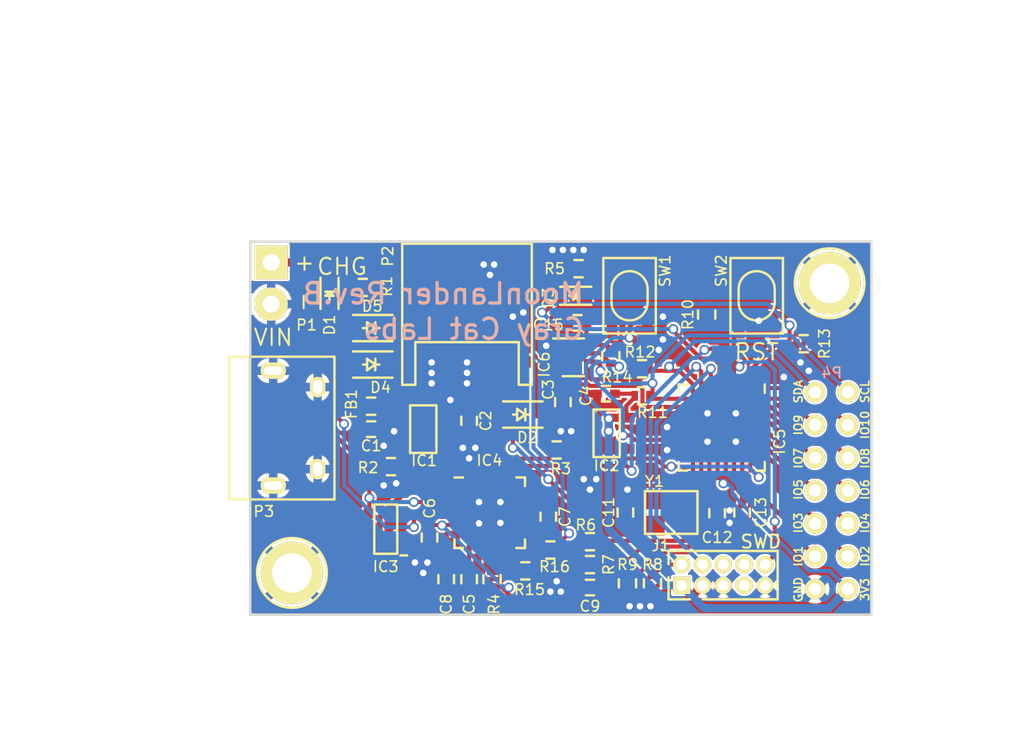
<source format=kicad_pcb>
(kicad_pcb (version 20221018) (generator pcbnew)
  (title_block (title "MoonLander") (rev "B") (company "Gray Cat Labs") (comment 1 "CC BY-SA"))
  (layers (0 "F.Cu" signal) (31 "B.Cu" signal) (35 "F.Paste" user) (36 "B.SilkS" user "B.Silkscreen") (37 "F.SilkS" user "F.Silkscreen") (38 "B.Mask" user) (39 "F.Mask" user) (44 "Edge.Cuts" user))
  (net 0 "")
  (net 1 "5V_USB")
  (net 2 "GND")
  (net 3 "/CPU/V_BAT")
  (net 4 "VCC")
  (net 5 "/CPU/ISP_ENTRY")
  (net 6 "/PowerSupply/V_EXT")
  (net 7 "/CPU/I2C0_SDA")
  (net 8 "/CPU/SWDIO")
  (net 9 "/CPU/SWCLK")
  (net 10 "/CPU/RESET")
  (net 11 "/CPU/I2C0_SCL")
  (net 12 "/CPU/ISP_TXD")
  (net 13 "/CPU/ISP_RXD")
  (net 14 "/CPU/PIO0_13/ADC_10")
  (net 15 "/CPU/PIO0_6/ADC_1")
  (net 16 "/CPU/PIO0_14/ADC_2")
  (net 17 "/CPU/PIO0_23/ADC_3")
  (net 18 "/CPU/PIO0_22/ADC_4")
  (net 19 "/CPU/PIO0_21/ADC_5")
  (net 20 "/CPU/PIO0_20/ADC_6")
  (net 21 "/CPU/PIO0_19/ADC_7")
  (net 22 "/CPU/PIO0_18/ADC_8")
  (net 23 "/CPU/PIO0_17/ADC_9")
  (net 24 "/USB-Serial/USB_D-")
  (net 25 "/USB-Serial/USB_D+")
  (net 26 "Net-(D3-Pad1)")
  (net 27 "Net-(IC1-Pad5)")
  (net 28 "Net-(IC2-Pad3)")
  (net 29 "Net-(IC2-Pad4)")
  (net 30 "Net-(C12-Pad2)")
  (net 31 "Net-(FB1-Pad2)")
  (net 32 "Net-(IC4-Pad1)")
  (net 33 "Net-(IC4-Pad9)")
  (net 34 "Net-(IC4-Pad10)")
  (net 35 "Net-(IC4-Pad11)")
  (net 36 "Net-(IC4-Pad14)")
  (net 37 "Net-(IC4-Pad15)")
  (net 38 "Net-(IC4-Pad17)")
  (net 39 "Net-(IC4-Pad18)")
  (net 40 "Net-(IC4-Pad19)")
  (net 41 "Net-(IC4-Pad22)")
  (net 42 "Net-(IC4-Pad23)")
  (net 43 "Net-(IC4-Pad24)")
  (net 44 "Net-(J1-Pad7)")
  (net 45 "Net-(J1-Pad6)")
  (net 46 "Net-(J1-Pad8)")
  (net 47 "Net-(P3-Pad4)")
  (net 48 "/CPU/LED")
  (net 49 "Net-(C7-Pad1)")
  (net 50 "Net-(C8-Pad2)")
  (net 51 "Net-(C9-Pad1)")
  (net 52 "Net-(C11-Pad2)")
  (net 53 "Net-(D1-Pad1)")
  (net 54 "Net-(IC1-Pad1)")
  (net 55 "Net-(IC5-Pad11)")
  (net 56 "Net-(IC5-Pad12)")
  (net 57 "Net-(IC5-Pad13)")
  (net 58 "Net-(IC5-Pad15)")
  (net 59 "Net-(IC5-Pad16)")
  (net 60 "Net-(C3-Pad1)")
  (net 61 "/CPU/EEPROM_WP")
  (net 62 "/CPU/ISP_RST")
  (net 63 "Net-(IC5-Pad2)")
  (net 64 "/CPU/SW1")
  (footprint "Capacitors_SMD:C_0402" (layer "F.Cu") (at 136.652 98.171 180)
    (fp_text reference "C1")
    (fp_text value "1uF")
  )
  (footprint "Capacitors_SMD:C_0402" (layer "F.Cu") (at 142.621 97.663 -90)
    (fp_text reference "C2")
    (fp_text value "1uF")
  )
  (footprint "Capacitors_SMD:C_0402" (layer "F.Cu") (at 148.336 96.52 90)
    (fp_text reference "C3")
    (fp_text value "1uF")
  )
  (footprint "Capacitors_SMD:C_0402" (layer "F.Cu") (at 150.961 96.012 180)
    (fp_text reference "C4")
    (fp_text value "1uF")
  )
  (footprint "Capacitors_SMD:C_0402" (layer "F.Cu") (at 142.621 107.315 -90)
    (fp_text reference "C5")
    (fp_text value "1uF")
  )
  (footprint "Capacitors_SMD:C_0402" (layer "F.Cu") (at 140.208 104.775 -90)
    (fp_text reference "C6")
    (fp_text value "0.1uF")
  )
  (footprint "Capacitors_SMD:C_0402" (layer "F.Cu") (at 147.447 103.505 -90)
    (fp_text reference "C7")
    (fp_text value "4.7uF")
  )
  (footprint "Capacitors_SMD:C_0402" (layer "F.Cu") (at 141.224 107.315 90)
    (fp_text reference "C8")
    (fp_text value "1uF")
  )
  (footprint "Capacitors_SMD:C_0402" (layer "F.Cu") (at 149.987 107.823 180)
    (fp_text reference "C9")
    (fp_text value "0.1uF")
  )
  (footprint "Capacitors_SMD:C_0402" (layer "F.Cu") (at 152.146 103.251 -90)
    (fp_text reference "C11")
    (fp_text value "18pF")
  )
  (footprint "Capacitors_SMD:C_0402" (layer "F.Cu") (at 157.734 103.293 90)
    (fp_text reference "C12")
    (fp_text value "18pF")
  )
  (footprint "Capacitors_SMD:C_0402" (layer "F.Cu") (at 159.258 103.251 -90)
    (fp_text reference "C13")
    (fp_text value "0.1uF")
  )
  (footprint "LEDs:LED-0603" (layer "F.Cu") (at 134.112 90.043 -90)
    (fp_text reference "D1")
    (fp_text value "LED")
  )
  (footprint "Diodes_SMD:SOD-323" (layer "F.Cu") (at 145.796 97.282 180)
    (fp_text reference "D2")
    (fp_text value "D_Schottky")
  )
  (footprint "LEDs:LED-0603" (layer "F.Cu") (at 148.971 90.043 180)
    (fp_text reference "D3")
    (fp_text value "LED")
  )
  (footprint "Resistors_SMD:R_0402" (layer "F.Cu") (at 136.6465 96.774 180)
    (fp_text reference "FB1")
    (fp_text value "FERRITE")
  )
  (footprint "GrayCatLabs:SSOP5" (layer "F.Cu") (at 151.003 98.425 -90)
    (fp_text reference "IC2")
    (fp_text value "BU33SD5")
  )
  (footprint "GrayCatLabs:SOT143B" (layer "F.Cu") (at 137.541 104.267 90)
    (fp_text reference "IC3")
    (fp_text value "PRTR5V0U2X")
  )
  (footprint "Housings_DFN_QFN:QFN-24-1EP_4x4mm_Pitch0.5mm" (layer "F.Cu") (at 143.876 103.266)
    (fp_text reference "IC4")
    (fp_text value "CP2110-GM")
  )
  (footprint "Housings_DFN_QFN:QFN-32-1EP_5x5mm_Pitch0.5mm" (layer "F.Cu") (at 158.0145 98.0705 -90)
    (fp_text reference "IC5")
    (fp_text value "LPC824M201JHI33")
  )
  (footprint "Pin_Headers:Pin_Header_Straight_2x05_Pitch1.27mm" (layer "F.Cu") (at 155.575 107.696 90)
    (fp_text reference "J1")
    (fp_text value "Cortex_JTAG/SWD_10")
  )
  (footprint "Socket_Strips:Socket_Strip_Straight_1x02" (layer "F.Cu") (at 130.556 88.011 -90)
    (fp_text reference "P1")
    (fp_text value "CONN_01X02")
  )
  (footprint "GrayCatLabs:JST-LIPO-SMT" (layer "F.Cu") (at 142.494 86.868 180)
    (fp_text reference "P2")
    (fp_text value "CONN_01X02")
  )
  (footprint "Resistors_SMD:R_0402" (layer "F.Cu") (at 136.1385 89.535 180)
    (fp_text reference "R1")
    (fp_text value "1k")
  )
  (footprint "Resistors_SMD:R_0402" (layer "F.Cu") (at 137.8585 100.457)
    (fp_text reference "R2")
    (fp_text value "10k")
  )
  (footprint "Resistors_SMD:R_0402" (layer "F.Cu") (at 147.955 99.441 180)
    (fp_text reference "R3")
    (fp_text value "100k")
  )
  (footprint "Resistors_SMD:R_0402" (layer "F.Cu") (at 144.018 107.315 90)
    (fp_text reference "R4")
    (fp_text value "10k")
  )
  (footprint "Resistors_SMD:R_0402" (layer "F.Cu") (at 149.294 88.392 180)
    (fp_text reference "R5")
    (fp_text value "470")
  )
  (footprint "Resistors_SMD:R_0402" (layer "F.Cu") (at 149.987 105.029)
    (fp_text reference "R6")
    (fp_text value "100k")
  )
  (footprint "Resistors_SMD:R_0402" (layer "F.Cu") (at 149.987 106.426 180)
    (fp_text reference "R7")
    (fp_text value "100k")
  )
  (footprint "Resistors_SMD:R_0402" (layer "F.Cu") (at 153.797 107.569 90)
    (fp_text reference "R8")
    (fp_text value "10k")
  )
  (footprint "Resistors_SMD:R_0402" (layer "F.Cu") (at 152.273 107.569 90)
    (fp_text reference "R9")
    (fp_text value "10k")
  )
  (footprint "Resistors_SMD:R_0402" (layer "F.Cu") (at 157.099 91.186 -90)
    (fp_text reference "R10")
    (fp_text value "10k")
  )
  (footprint "Resistors_SMD:R_0402" (layer "F.Cu") (at 153.162 96.139)
    (fp_text reference "R11")
    (fp_text value "10k")
  )
  (footprint "Resistors_SMD:R_0402" (layer "F.Cu") (at 153.162 94.488)
    (fp_text reference "R12")
    (fp_text value "10k")
  )
  (footprint "Resistors_SMD:R_0402" (layer "F.Cu") (at 163.01 92.964)
    (fp_text reference "R13")
    (fp_text value "100k")
  )
  (footprint "Crystals:crystal_FA238-TSX3225" (layer "F.Cu") (at 154.94 103.251)
    (fp_text reference "Y1")
    (fp_text value "Crystal")
  )
  (footprint "GrayCatLabs:SSOP5" (layer "F.Cu") (at 139.827 98.171 90)
    (fp_text reference "IC1")
    (fp_text value "MCP73831/2")
  )
  (footprint "GrayCatLabs:MH-M2" (layer "F.Cu") (at 131.826 106.934)
    (fp_text reference "MH1" hide)
    (fp_text value "MountingHole")
  )
  (footprint "GrayCatLabs:MH-M2" (layer "F.Cu") (at 164.592 89.281)
    (fp_text reference "MH2" hide)
    (fp_text value "MountingHole")
  )
  (footprint "GrayCatLabs:PTS810" (layer "F.Cu") (at 152.4 90.043)
    (fp_text reference "SW1")
    (fp_text value "SW_PUSH")
  )
  (footprint "GrayCatLabs:PTS810" (layer "F.Cu") (at 160.147 90.043)
    (fp_text reference "SW2")
    (fp_text value "SW_PUSH")
  )
  (footprint "Diodes_SMD:SOD-323" (layer "F.Cu") (at 136.652 94.234 180)
    (fp_text reference "D4")
    (fp_text value "D_Schottky")
  )
  (footprint "Diodes_SMD:SOD-323" (layer "F.Cu") (at 136.652 92.0115 180)
    (fp_text reference "D5")
    (fp_text value "D_Schottky")
  )
  (footprint "Connect:USB_Micro-B" (layer "F.Cu") (at 131.826 98.1075 -90)
    (fp_text reference "P3")
    (fp_text value "USB_OTG")
  )
  (footprint "Capacitors_SMD:C_0402" (layer "F.Cu") (at 149.225 91.694 180)
    (fp_text reference "C15")
    (fp_text value "0.1uF")
  )
  (footprint "Resistors_SMD:R_0402" (layer "F.Cu") (at 151.257 93.726 -90)
    (fp_text reference "R14")
    (fp_text value "10k")
  )
  (footprint "Housings_DFN_QFN:DFN-8-1EP_2x2mm_Pitch0.5mm" (layer "F.Cu") (at 148.971 93.794)
    (fp_text reference "IC6")
    (fp_text value "24LCxx")
  )
  (footprint "GrayCatLabs:STITCH_VIA" (layer "F.Cu") (at 157.152 97.208)
    (fp_text reference "REF**" hide)
    (fp_text value "STITCH_VIA" hide)
  )
  (footprint "GrayCatLabs:STITCH_VIA" (layer "F.Cu") (at 158.877 97.208)
    (fp_text reference "REF**" hide)
    (fp_text value "STITCH_VIA" hide)
  )
  (footprint "GrayCatLabs:STITCH_VIA" (layer "F.Cu") (at 158.877 98.933)
    (fp_text reference "REF**" hide)
    (fp_text value "STITCH_VIA" hide)
  )
  (footprint "GrayCatLabs:STITCH_VIA" (layer "F.Cu") (at 157.152 98.933)
    (fp_text reference "REF**" hide)
    (fp_text value "STITCH_VIA" hide)
  )
  (footprint "GrayCatLabs:STITCH_VIA" (layer "F.Cu") (at 154.686 99.441)
    (fp_text reference "REF**" hide)
    (fp_text value "STITCH_VIA" hide)
  )
  (footprint "GrayCatLabs:STITCH_VIA" (layer "F.Cu") (at 154.686 98.044)
    (fp_text reference "REF**" hide)
    (fp_text value "STITCH_VIA" hide)
  )
  (footprint "GrayCatLabs:STITCH_VIA" (layer "F.Cu") (at 149.987 101.854)
    (fp_text reference "REF**" hide)
    (fp_text value "STITCH_VIA" hide)
  )
  (footprint "GrayCatLabs:STITCH_VIA" (layer "F.Cu") (at 150.368 101.219)
    (fp_text reference "REF**" hide)
    (fp_text value "STITCH_VIA" hide)
  )
  (footprint "GrayCatLabs:STITCH_VIA" (layer "F.Cu") (at 149.606 101.219)
    (fp_text reference "REF**" hide)
    (fp_text value "STITCH_VIA" hide)
  )
  (footprint "GrayCatLabs:STITCH_VIA" (layer "F.Cu") (at 143.226 102.616)
    (fp_text reference "REF**" hide)
    (fp_text value "STITCH_VIA" hide)
  )
  (footprint "GrayCatLabs:STITCH_VIA" (layer "F.Cu") (at 144.526 102.616)
    (fp_text reference "REF**" hide)
    (fp_text value "STITCH_VIA" hide)
  )
  (footprint "GrayCatLabs:STITCH_VIA" (layer "F.Cu") (at 144.526 103.886)
    (fp_text reference "REF**" hide)
    (fp_text value "STITCH_VIA" hide)
  )
  (footprint "GrayCatLabs:STITCH_VIA" (layer "F.Cu") (at 143.226 103.916)
    (fp_text reference "REF**" hide)
    (fp_text value "STITCH_VIA" hide)
  )
  (footprint "GrayCatLabs:STITCH_VIA" (layer "F.Cu") (at 139.319 106.299)
    (fp_text reference "REF**" hide)
    (fp_text value "STITCH_VIA" hide)
  )
  (footprint "GrayCatLabs:STITCH_VIA" (layer "F.Cu") (at 140.081 106.299)
    (fp_text reference "REF**" hide)
    (fp_text value "STITCH_VIA" hide)
  )
  (footprint "GrayCatLabs:STITCH_VIA" (layer "F.Cu") (at 139.827 106.934)
    (fp_text reference "REF**" hide)
    (fp_text value "STITCH_VIA" hide)
  )
  (footprint "GrayCatLabs:STITCH_VIA" (layer "F.Cu") (at 147.701 87.249)
    (fp_text reference "REF**" hide)
    (fp_text value "STITCH_VIA" hide)
  )
  (footprint "GrayCatLabs:STITCH_VIA" (layer "F.Cu") (at 148.336 87.249)
    (fp_text reference "REF**" hide)
    (fp_text value "STITCH_VIA" hide)
  )
  (footprint "GrayCatLabs:STITCH_VIA" (layer "F.Cu") (at 148.971 87.249)
    (fp_text reference "REF**" hide)
    (fp_text value "STITCH_VIA" hide)
  )
  (footprint "GrayCatLabs:STITCH_VIA" (layer "F.Cu") (at 149.606 87.249)
    (fp_text reference "REF**" hide)
    (fp_text value "STITCH_VIA" hide)
  )
  (footprint "GrayCatLabs:STITCH_VIA" (layer "F.Cu") (at 152.4 108.966)
    (fp_text reference "REF**" hide)
    (fp_text value "STITCH_VIA" hide)
  )
  (footprint "GrayCatLabs:STITCH_VIA" (layer "F.Cu") (at 153.035 108.966)
    (fp_text reference "REF**" hide)
    (fp_text value "STITCH_VIA" hide)
  )
  (footprint "GrayCatLabs:STITCH_VIA" (layer "F.Cu") (at 153.67 108.966)
    (fp_text reference "REF**" hide)
    (fp_text value "STITCH_VIA" hide)
  )
  (footprint "GrayCatLabs:STITCH_VIA" (layer "F.Cu") (at 147.955 107.442)
    (fp_text reference "REF**" hide)
    (fp_text value "STITCH_VIA" hide)
  )
  (footprint "GrayCatLabs:STITCH_VIA" (layer "F.Cu") (at 147.574 108.077)
    (fp_text reference "REF**" hide)
    (fp_text value "STITCH_VIA" hide)
  )
  (footprint "GrayCatLabs:STITCH_VIA" (layer "F.Cu") (at 148.209 108.077)
    (fp_text reference "REF**" hide)
    (fp_text value "STITCH_VIA" hide)
  )
  (footprint "GrayCatLabs:STITCH_VIA" (layer "F.Cu") (at 140.335 94.107)
    (fp_text reference "REF**" hide)
    (fp_text value "STITCH_VIA" hide)
  )
  (footprint "GrayCatLabs:STITCH_VIA" (layer "F.Cu") (at 140.335 94.742)
    (fp_text reference "REF**" hide)
    (fp_text value "STITCH_VIA" hide)
  )
  (footprint "GrayCatLabs:STITCH_VIA" (layer "F.Cu") (at 140.335 95.377)
    (fp_text reference "REF**" hide)
    (fp_text value "STITCH_VIA" hide)
  )
  (footprint "GrayCatLabs:STITCH_VIA" (layer "F.Cu") (at 141.478 96.393)
    (fp_text reference "REF**" hide)
    (fp_text value "STITCH_VIA" hide)
  )
  (footprint "GrayCatLabs:STITCH_VIA" (layer "F.Cu") (at 142.494 94.107)
    (fp_text reference "REF**" hide)
    (fp_text value "STITCH_VIA" hide)
  )
  (footprint "GrayCatLabs:STITCH_VIA" (layer "F.Cu") (at 142.494 94.742)
    (fp_text reference "REF**" hide)
    (fp_text value "STITCH_VIA" hide)
  )
  (footprint "GrayCatLabs:STITCH_VIA" (layer "F.Cu") (at 142.494 95.377)
    (fp_text reference "REF**" hide)
    (fp_text value "STITCH_VIA" hide)
  )
  (footprint "GrayCatLabs:STITCH_VIA" (layer "F.Cu") (at 154.432 92.71)
    (fp_text reference "REF**" hide)
    (fp_text value "STITCH_VIA" hide)
  )
  (footprint "GrayCatLabs:STITCH_VIA" (layer "F.Cu") (at 154.178 93.345)
    (fp_text reference "REF**" hide)
    (fp_text value "STITCH_VIA" hide)
  )
  (footprint "GrayCatLabs:STITCH_VIA" (layer "F.Cu") (at 161.798 94.996)
    (fp_text reference "REF**" hide)
    (fp_text value "STITCH_VIA" hide)
  )
  (footprint "GrayCatLabs:STITCH_VIA" (layer "F.Cu") (at 163.322 94.615)
    (fp_text reference "REF**" hide)
    (fp_text value "STITCH_VIA" hide)
  )
  (footprint "GrayCatLabs:STITCH_VIA" (layer "F.Cu") (at 162.814 94.107)
    (fp_text reference "REF**" hide)
    (fp_text value "STITCH_VIA" hide)
  )
  (footprint "GrayCatLabs:STITCH_VIA" (layer "F.Cu") (at 144.145 88.138)
    (fp_text reference "REF**" hide)
    (fp_text value "STITCH_VIA" hide)
  )
  (footprint "GrayCatLabs:STITCH_VIA" (layer "F.Cu") (at 143.51 88.138)
    (fp_text reference "REF**" hide)
    (fp_text value "STITCH_VIA" hide)
  )
  (footprint "GrayCatLabs:STITCH_VIA" (layer "F.Cu") (at 143.891 88.773)
    (fp_text reference "REF**" hide)
    (fp_text value "STITCH_VIA" hide)
  )
  (footprint "GrayCatLabs:STITCH_VIA" (layer "F.Cu") (at 142.24 99.314)
    (fp_text reference "REF**" hide)
    (fp_text value "STITCH_VIA" hide)
  )
  (footprint "GrayCatLabs:STITCH_VIA" (layer "F.Cu") (at 143.002 99.314)
    (fp_text reference "REF**" hide)
    (fp_text value "STITCH_VIA" hide)
  )
  (footprint "GrayCatLabs:STITCH_VIA" (layer "F.Cu") (at 142.621 99.949)
    (fp_text reference "REF**" hide)
    (fp_text value "STITCH_VIA" hide)
  )
  (footprint "GrayCatLabs:STITCH_VIA" (layer "F.Cu") (at 137.414 99.187)
    (fp_text reference "REF**" hide)
    (fp_text value "STITCH_VIA" hide)
  )
  (footprint "GrayCatLabs:STITCH_VIA" (layer "F.Cu") (at 138.049 98.298)
    (fp_text reference "REF**" hide)
    (fp_text value "STITCH_VIA" hide)
  )
  (footprint "GrayCatLabs:STITCH_VIA" (layer "F.Cu") (at 137.414 101.6)
    (fp_text reference "REF**" hide)
    (fp_text value "STITCH_VIA" hide)
  )
  (footprint "GrayCatLabs:STITCH_VIA" (layer "F.Cu") (at 138.176 101.473)
    (fp_text reference "REF**" hide)
    (fp_text value "STITCH_VIA" hide)
  )
  (footprint "GrayCatLabs:STITCH_VIA" (layer "F.Cu") (at 152.273 101.854)
    (fp_text reference "REF**" hide)
    (fp_text value "STITCH_VIA" hide)
  )
  (footprint "GrayCatLabs:STITCH_VIA" (layer "F.Cu") (at 158.496 103.124)
    (fp_text reference "REF**" hide)
    (fp_text value "STITCH_VIA" hide)
  )
  (footprint "GrayCatLabs:STITCH_VIA" (layer "F.Cu") (at 158.496 103.886)
    (fp_text reference "REF**" hide)
    (fp_text value "STITCH_VIA" hide)
  )
  (footprint "GrayCatLabs:STITCH_VIA" (layer "F.Cu") (at 145.923 91.059)
    (fp_text reference "REF**" hide)
    (fp_text value "STITCH_VIA" hide)
  )
  (footprint "GrayCatLabs:STITCH_VIA" (layer "F.Cu") (at 147.32 93.091)
    (fp_text reference "REF**" hide)
    (fp_text value "STITCH_VIA" hide)
  )
  (footprint "GrayCatLabs:STITCH_VIA" (layer "F.Cu") (at 145.288 91.313)
    (fp_text reference "REF**" hide)
    (fp_text value "STITCH_VIA" hide)
  )
  (footprint "GrayCatLabs:Header_2mm_2x7" (layer "F.Cu") (at 165.703 107.918 90)
    (fp_text reference "P4")
    (fp_text value "CONN_02X07")
  )
  (footprint "Resistors_SMD:R_0402" (layer "F.Cu") (at 146.05 106.807 180)
    (fp_text reference "R15")
    (fp_text value "100")
  )
  (footprint "Resistors_SMD:R_0402" (layer "F.Cu") (at 147.574 105.537)
    (fp_text reference "R16")
    (fp_text value "100")
  )
  (footprint "GrayCatLabs:STITCH_VIA" (layer "F.Cu") (at 160.274 91.567)
    (fp_text reference "REF**" hide)
    (fp_text value "STITCH_VIA" hide)
  )
  (footprint "GrayCatLabs:STITCH_VIA" (layer "F.Cu") (at 154.432 91.313)
    (fp_text reference "REF**" hide)
    (fp_text value "STITCH_VIA" hide)
  )
  (gr_line (start 129.286 109.474) (end 129.286 86.741) (stroke (width 0.15)) (layer "Edge.Cuts"))
  (gr_line (start 167.132 109.474) (end 129.286 109.474) (stroke (width 0.15)) (layer "Edge.Cuts"))
  (gr_line (start 167.132 86.741) (end 167.132 109.474) (stroke (width 0.15)) (layer "Edge.Cuts"))
  (gr_line (start 129.286 86.741) (end 167.132 86.741) (stroke (width 0.15)) (layer "Edge.Cuts"))
  (gr_text "Gray Cat Labs" (at 149.733 92.075) (layer "B.SilkS") (effects (font (size 1.25 1.25) (thickness 0.2)) (justify left mirror)))
  (gr_text "MoonLander Rev.B" (at 149.733 89.916) (layer "B.SilkS") (effects (font (size 1.25 1.25) (thickness 0.2)) (justify left mirror)))
  (gr_text "+" (at 132.588 88.011) (layer "F.SilkS") (effects (font (size 1 1) (thickness 0.125))))
  (gr_text "-" (at 132.461 90.424 90) (layer "F.SilkS") (effects (font (size 1 1) (thickness 0.125))))
  (gr_text "VIN" (at 130.683 92.583) (layer "F.SilkS") (effects (font (size 1 1) (thickness 0.125))))
  (gr_text "RST" (at 160.147 93.472) (layer "F.SilkS") (effects (font (size 1 1) (thickness 0.125))))
  (gr_text "SWD" (at 160.401 105.029) (layer "F.SilkS") (effects (font (size 0.8 0.8) (thickness 0.125))))
  (gr_text "IO2" (at 166.751 105.918 90) (layer "F.SilkS") (effects (font (size 0.5 0.5) (thickness 0.1))))
  (gr_text "3V3" (at 166.751 107.95 90) (layer "F.SilkS") (effects (font (size 0.5 0.5) (thickness 0.1))))
  (gr_text "GND" (at 162.687 107.95 90) (layer "F.SilkS") (effects (font (size 0.5 0.5) (thickness 0.1))))
  (gr_text "IO1" (at 162.687 105.918 90) (layer "F.SilkS") (effects (font (size 0.5 0.5) (thickness 0.1))))
  (gr_text "IO3" (at 162.687 103.886 90) (layer "F.SilkS") (effects (font (size 0.5 0.5) (thickness 0.1))))
  (gr_text "IO4" (at 166.751 103.886 90) (layer "F.SilkS") (effects (font (size 0.5 0.5) (thickness 0.1))))
  (gr_text "IO5" (at 162.687 101.854 90) (layer "F.SilkS") (effects (font (size 0.5 0.5) (thickness 0.1))))
  (gr_text "IO6" (at 166.751 101.854 90) (layer "F.SilkS") (effects (font (size 0.5 0.5) (thickness 0.1))))
  (gr_text "IO8" (at 166.751 99.949 90) (layer "F.SilkS") (effects (font (size 0.5 0.5) (thickness 0.1))))
  (gr_text "IO7" (at 162.687 99.949 90) (layer "F.SilkS") (effects (font (size 0.5 0.5) (thickness 0.1))))
  (gr_text "IO9" (at 162.687 97.917 90) (layer "F.SilkS") (effects (font (size 0.5 0.5) (thickness 0.1))))
  (gr_text "IO10" (at 166.751 97.917 90) (layer "F.SilkS") (effects (font (size 0.5 0.5) (thickness 0.1))))
  (gr_text "SDA" (at 162.687 95.885 90) (layer "F.SilkS") (effects (font (size 0.5 0.5) (thickness 0.1))))
  (gr_text "SCL" (at 166.751 95.885 90) (layer "F.SilkS") (effects (font (size 0.5 0.5) (thickness 0.1))))
  (gr_text "CHG" (at 134.874 88.265) (layer "F.SilkS") (effects (font (size 1 1) (thickness 0.125))))
  (segment (start 137.166001 105.083999) (end 137.033 105.217) (width 0.35) (layer "F.Cu") (net 1))
  (segment (start 137.0965 95.7335) (end 135.597 94.234) (width 0.5) (layer "F.Cu") (net 1))
  (segment (start 137.202 98.171) (end 137.202 96.8795) (width 0.35) (layer "F.Cu") (net 1))
  (segment (start 136.117001 93.238999) (end 135.597 93.759) (width 0.25) (layer "F.Cu") (net 1))
  (segment (start 143.096001 108.345001) (end 143.051001 108.390001) (width 0.25) (layer "F.Cu") (net 1))
  (segment (start 142.621 105.221) (end 142.626 105.216) (width 0.25) (layer "F.Cu") (net 1))
  (segment (start 135.302802 90.7923) (end 136.117001 91.606499) (width 0.25) (layer "F.Cu") (net 1))
  (segment (start 139.402001 98.646001) (end 139.402001 101.310997) (width 0.35) (layer "F.Cu") (net 1))
  (segment (start 138.627 97.871) (end 139.402001 98.646001) (width 0.35) (layer "F.Cu") (net 1))
  (segment (start 138.627 97.221) (end 138.627 97.871) (width 0.35) (layer "F.Cu") (net 1))
  (segment (start 137.166001 103.546997) (end 137.166001 105.083999) (width 0.35) (layer "F.Cu") (net 1))
  (segment (start 136.541 105.217) (end 136.491 105.217) (width 0.25) (layer "F.Cu") (net 1))
  (segment (start 137.141 105.217) (end 137.033 105.217) (width 0.25) (layer "F.Cu") (net 1))
  (segment (start 143.051001 108.390001) (end 140.314001 108.390001) (width 0.25) (layer "F.Cu") (net 1))
  (segment (start 142.621 106.815) (end 143.096001 107.290001) (width 0.25) (layer "F.Cu") (net 1))
  (segment (start 135.597 93.759) (end 135.597 94.234) (width 0.25) (layer "F.Cu") (net 1))
  (segment (start 139.402001 101.310997) (end 137.166001 103.546997) (width 0.35) (layer "F.Cu") (net 1))
  (segment (start 138.18 96.774) (end 138.627 97.221) (width 0.5) (layer "F.Cu") (net 1))
  (segment (start 142.621 106.765) (end 142.621 106.815) (width 0.25) (layer "F.Cu") (net 1))
  (segment (start 137.033 105.217) (end 136.541 105.217) (width 0.35) (layer "F.Cu") (net 1))
  (segment (start 137.0965 96.774) (end 138.18 96.774) (width 0.5) (layer "F.Cu") (net 1))
  (segment (start 140.314001 108.390001) (end 137.141 105.217) (width 0.25) (layer "F.Cu") (net 1))
  (segment (start 137.0965 96.774) (end 137.0965 95.7335) (width 0.5) (layer "F.Cu") (net 1))
  (segment (start 143.096001 107.290001) (end 143.096001 108.345001) (width 0.25) (layer "F.Cu") (net 1))
  (segment (start 138.827 97.221) (end 138.627 97.221) (width 0.5) (layer "F.Cu") (net 1))
  (segment (start 134.112 90.7923) (end 135.302802 90.7923) (width 0.25) (layer "F.Cu") (net 1))
  (segment (start 143.126 105.216) (end 142.626 105.216) (width 0.25) (layer "F.Cu") (net 1))
  (segment (start 137.202 96.8795) (end 137.0965 96.774) (width 0.35) (layer "F.Cu") (net 1))
  (segment (start 142.621 106.765) (end 142.621 105.221) (width 0.25) (layer "F.Cu") (net 1))
  (segment (start 136.117001 91.606499) (end 136.117001 93.238999) (width 0.25) (layer "F.Cu") (net 1))
  (segment (start 141.926 102.516) (end 143.126 102.516) (width 0.25) (layer "F.Cu") (net 2))
  (segment (start 143.126 102.516) (end 143.226 102.616) (width 0.25) (layer "F.Cu") (net 2))
  (segment (start 149.803 98.425) (end 148.971 98.425) (width 0.5) (layer "F.Cu") (net 2))
  (segment (start 148.971 98.425) (end 148.844 98.298) (width 0.5) (layer "F.Cu") (net 2))
  (segment (start 148.209 98.298) (end 148.844 98.298) (width 0.5) (layer "F.Cu") (net 2))
  (segment (start 148.336 95.97) (end 148.336 95.885) (width 0.25) (layer "F.Cu") (net 2))
  (segment (start 157.7645 100.4705) (end 157.7645 99.5455) (width 0.25) (layer "F.Cu") (net 2))
  (via (at 148.844 98.298) (size 0.6) (drill 0.4) (layers "F.Cu" "B.Cu") (net 2))
  (via (at 148.209 98.298) (size 0.6) (drill 0.4) (layers "F.Cu" "B.Cu") (net 2))
  (segment (start 143.494 96.97) (end 143.637 97.113) (width 0.5) (layer "F.Cu") (net 3))
  (segment (start 142.621 97.113) (end 141.135 97.113) (width 0.5) (layer "F.Cu") (net 3))
  (segment (start 141.135 97.113) (end 141.027 97.221) (width 0.5) (layer "F.Cu") (net 3))
  (segment (start 144.572 97.113) (end 144.741 97.282) (width 0.5) (layer "F.Cu") (net 3))
  (segment (start 149.537 103.309) (end 149.537 105.029) (width 0.25) (layer "F.Cu") (net 3))
  (segment (start 145.288 99.314) (end 145.288 97.829) (width 0.25) (layer "F.Cu") (net 3))
  (segment (start 143.494 94.118) (end 143.494 96.97) (width 0.5) (layer "F.Cu") (net 3))
  (segment (start 145.288 97.829) (end 144.741 97.282) (width 0.25) (layer "F.Cu") (net 3))
  (segment (start 142.621 97.113) (end 143.637 97.113) (width 0.5) (layer "F.Cu") (net 3))
  (segment (start 143.637 97.113) (end 144.572 97.113) (width 0.5) (layer "F.Cu") (net 3))
  (segment (start 147.447 101.219) (end 149.537 103.309) (width 0.25) (layer "F.Cu") (net 3))
  (via (at 147.447 101.219) (size 0.6) (drill 0.4) (layers "F.Cu" "B.Cu") (net 3))
  (via (at 145.288 99.314) (size 0.6) (drill 0.4) (layers "F.Cu" "B.Cu") (net 3))
  (segment (start 147.447 101.219) (end 145.542 99.314) (width 0.25) (layer "B.Cu") (net 3))
  (segment (start 145.542 99.314) (end 145.288 99.314) (width 0.25) (layer "B.Cu") (net 3))
  (segment (start 144.78 107.977) (end 145.736001 108.933001) (width 0.25) (layer "F.Cu") (net 4))
  (segment (start 157.2645 100.4705) (end 157.2645 101.0705) (width 0.25) (layer "F.Cu") (net 4))
  (segment (start 157.099 90.736) (end 153.601998 90.736) (width 0.25) (layer "F.Cu") (net 4))
  (segment (start 163.449 92.403) (end 163.46 92.414) (width 0.25) (layer "F.Cu") (net 4))
  (segment (start 157.099 90.736) (end 162.364 90.736) (width 0.25) (layer "F.Cu") (net 4))
  (segment (start 151.13 98.298) (end 151.13 97.536) (width 0.5) (layer "F.Cu") (net 4))
  (segment (start 159.258 102.151) (end 158.58 101.473) (width 0.25) (layer "F.Cu") (net 4))
  (segment (start 151.258999 108.933001) (end 152.173 108.019) (width 0.25) (layer "F.Cu") (net 4))
  (segment (start 158.2645 101.1575) (end 158.2645 101.0705) (width 0.25) (layer "F.Cu") (net 4))
  (segment (start 157.3515 101.1575) (end 158.115 101.1575) (width 0.25) (layer "F.Cu") (net 4))
  (segment (start 154.12 107.696) (end 153.797 108.019) (width 0.25) (layer "F.Cu") (net 4))
  (segment (start 152.712 93.218) (end 152.712 94.488) (width 0.25) (layer "F.Cu") (net 4))
  (segment (start 158.2645 101.0705) (end 158.2645 100.4705) (width 0.25) (layer "F.Cu") (net 4))
  (segment (start 152.4 92.60001) (end 152.69499 92.60001) (width 0.25) (layer "F.Cu") (net 4))
  (segment (start 152.203 96.748) (end 152.203 97.043) (width 0.25) (layer "F.Cu") (net 4))
  (segment (start 158.58 101.473) (end 158.2645 101.1575) (width 0.25) (layer "F.Cu") (net 4))
  (segment (start 162.364 90.736) (end 163.449 91.821) (width 0.25) (layer "F.Cu") (net 4))
  (segment (start 144.934 107.823) (end 144.78 107.977) (width 0.25) (layer "F.Cu") (net 4))
  (segment (start 152.712 92.583) (end 152.712 93.218) (width 0.25) (layer "F.Cu") (net 4))
  (segment (start 144.568 107.765) (end 144.78 107.977) (width 0.25) (layer "F.Cu") (net 4))
  (segment (start 140.843 104.016) (end 140.94499 104.016) (width 0.25) (layer "F.Cu") (net 4))
  (segment (start 152.4 92.175746) (end 152.4 92.60001) (width 0.25) (layer "F.Cu") (net 4))
  (segment (start 152.203 97.475) (end 151.191 97.475) (width 0.5) (layer "F.Cu") (net 4))
  (segment (start 163.46 92.414) (end 163.46 92.964) (width 0.25) (layer "F.Cu") (net 4))
  (segment (start 158.115 101.1575) (end 158.2645 101.1575) (width 0.25) (layer "F.Cu") (net 4))
  (segment (start 152.712 96.239) (end 152.203 96.748) (width 0.25) (layer "F.Cu") (net 4))
  (segment (start 151.191 97.475) (end 151.13 97.536) (width 0.5) (layer "F.Cu") (net 4))
  (segment (start 149.775 91.694) (end 149.775 92.948) (width 0.25) (layer "F.Cu") (net 4))
  (segment (start 157.2645 101.0705) (end 157.3515 101.1575) (width 0.25) (layer "F.Cu") (net 4))
  (segment (start 140.417 104.016) (end 140.208 104.225) (width 0.25) (layer "F.Cu") (net 4))
  (segment (start 141.926 104.016) (end 140.843 104.016) (width 0.25) (layer "F.Cu") (net 4))
  (segment (start 163.449 91.821) (end 163.449 92.403) (width 0.25) (layer "F.Cu") (net 4))
  (segment (start 149.871 93.044) (end 151.025 93.044) (width 0.25) (layer "F.Cu") (net 4))
  (segment (start 152.273 108.019) (end 153.797 108.019) (width 0.25) (layer "F.Cu") (net 4))
  (segment (start 145.736001 108.933001) (end 151.258999 108.933001) (width 0.25) (layer "F.Cu") (net 4))
  (segment (start 145.034 107.823) (end 144.934 107.823) (width 0.25) (layer "F.Cu") (net 4))
  (segment (start 152.585 96.012) (end 152.712 96.139) (width 0.25) (layer "F.Cu") (net 4))
  (segment (start 152.203 97.475) (end 152.203 97.043) (width 0.25) (layer "F.Cu") (net 4))
  (segment (start 149.775 92.948) (end 149.871 93.044) (width 0.25) (layer "F.Cu") (net 4))
  (segment (start 152.712 96.139) (end 152.712 96.239) (width 0.25) (layer "F.Cu") (net 4))
  (segment (start 151.025 93.044) (end 151.257 93.276) (width 0.25) (layer "F.Cu") (net 4))
  (segment (start 152.173 108.019) (end 152.273 108.019) (width 0.25) (layer "F.Cu") (net 4))
  (segment (start 152.4 91.937998) (end 152.4 92.175746) (width 0.25) (layer "F.Cu") (net 4))
  (segment (start 140.94499 104.016) (end 140.97 104.04101) (width 0.25) (layer "F.Cu") (net 4))
  (segment (start 151.511 96.012) (end 152.585 96.012) (width 0.25) (layer "F.Cu") (net 4))
  (segment (start 155.575 107.696) (end 154.12 107.696) (width 0.25) (layer "F.Cu") (net 4))
  (segment (start 152.654 93.276) (end 152.712 93.218) (width 0.25) (layer "F.Cu") (net 4))
  (segment (start 144.018 107.765) (end 144.568 107.765) (width 0.25) (layer "F.Cu") (net 4))
  (segment (start 152.69499 92.60001) (end 152.712 92.583) (width 0.25) (layer "F.Cu") (net 4))
  (segment (start 153.601998 90.736) (end 152.4 91.937998) (width 0.25) (layer "F.Cu") (net 4))
  (segment (start 159.258 102.701) (end 159.258 102.151) (width 0.25) (layer "F.Cu") (net 4))
  (segment (start 140.843 104.016) (end 140.417 104.016) (width 0.25) (layer "F.Cu") (net 4))
  (segment (start 158.115 101.473) (end 158.115 101.1575) (width 0.25) (layer "F.Cu") (net 4))
  (segment (start 151.257 93.276) (end 152.654 93.276) (width 0.25) (layer "F.Cu") (net 4))
  (via (at 145.034 107.823) (size 0.6) (drill 0.4) (layers "F.Cu" "B.Cu") (net 4))
  (via (at 151.13 98.298) (size 0.6) (drill 0.4) (layers "F.Cu" "B.Cu") (net 4))
  (via (at 140.97 104.04101) (size 0.6) (drill 0.4) (layers "F.Cu" "B.Cu") (net 4))
  (via (at 152.4 92.60001) (size 0.6) (drill 0.4) (layers "F.Cu" "B.Cu") (net 4))
  (via (at 158.115 101.473) (size 0.6) (drill 0.4) (layers "F.Cu" "B.Cu") (net 4))
  (via (at 151.13 97.536) (size 0.6) (drill 0.4) (layers "F.Cu" "B.Cu") (net 4))
  (segment (start 165.078001 108.542999) (end 165.703 107.918) (width 0.5) (layer "B.Cu") (net 4))
  (segment (start 155.575 107.721002) (end 156.932999 109.079001) (width 0.5) (layer "B.Cu") (net 4))
  (segment (start 158.668999 102.142001) (end 163.333998 106.807) (width 0.25) (layer "B.Cu") (net 4))
  (segment (start 164.592 106.807) (end 165.078001 107.293001) (width 0.25) (layer "B.Cu") (net 4))
  (segment (start 144.75199 107.823) (end 145.034 107.823) (width 0.25) (layer "B.Cu") (net 4))
  (segment (start 165.078001 107.293001) (end 165.703 107.918) (width 0.25) (layer "B.Cu") (net 4))
  (segment (start 158.369 101.473) (end 158.668999 101.772999) (width 0.25) (layer "B.Cu") (net 4))
  (segment (start 149.746989 96.152989) (end 149.746989 94.218021) (width 0.25) (layer "B.Cu") (net 4))
  (segment (start 151.13 104.276) (end 151.13 104.149) (width 0.5) (layer "B.Cu") (net 4))
  (segment (start 151.13 97.536) (end 151.13 98.298) (width 0.5) (layer "B.Cu") (net 4))
  (segment (start 140.97 104.04101) (end 144.75199 107.823) (width 0.25) (layer "B.Cu") (net 4))
  (segment (start 154.55 107.696) (end 151.13 104.276) (width 0.5) (layer "B.Cu") (net 4))
  (segment (start 149.746989 94.218021) (end 151.365 92.60001) (width 0.25) (layer "B.Cu") (net 4))
  (segment (start 155.575 107.696) (end 155.575 107.721002) (width 0.5) (layer "B.Cu") (net 4))
  (segment (start 158.115 101.473) (end 158.369 101.473) (width 0.25) (layer "B.Cu") (net 4))
  (segment (start 151.365 92.60001) (end 152.4 92.60001) (width 0.25) (layer "B.Cu") (net 4))
  (segment (start 158.668999 101.772999) (end 158.668999 102.142001) (width 0.25) (layer "B.Cu") (net 4))
  (segment (start 151.13 97.536) (end 149.746989 96.152989) (width 0.25) (layer "B.Cu") (net 4))
  (segment (start 164.541999 109.079001) (end 165.078001 108.542999) (width 0.5) (layer "B.Cu") (net 4))
  (segment (start 163.333998 106.807) (end 164.592 106.807) (width 0.25) (layer "B.Cu") (net 4))
  (segment (start 155.575 107.696) (end 154.55 107.696) (width 0.5) (layer "B.Cu") (net 4))
  (segment (start 156.932999 109.079001) (end 164.541999 109.079001) (width 0.5) (layer "B.Cu") (net 4))
  (segment (start 151.13 98.298) (end 151.13 104.149) (width 0.5) (layer "B.Cu") (net 4))
  (segment (start 145.826 104.516) (end 146.103 104.516) (width 0.25) (layer "F.Cu") (net 5))
  (segment (start 146.103 104.516) (end 147.124 105.537) (width 0.25) (layer "F.Cu") (net 5))
  (segment (start 132.842 88.781) (end 132.842 91.295) (width 0.5) (layer "F.Cu") (net 6))
  (segment (start 133.5585 92.0115) (end 135.597 92.0115) (width 0.5) (layer "F.Cu") (net 6))
  (segment (start 130.556 88.011) (end 132.072 88.011) (width 0.5) (layer "F.Cu") (net 6))
  (segment (start 132.072 88.011) (end 132.842 88.781) (width 0.5) (layer "F.Cu") (net 6))
  (segment (start 132.842 91.295) (end 133.5585 92.0115) (width 0.5) (layer "F.Cu") (net 6))
  (segment (start 154.686 94.615) (end 155.434 94.615) (width 0.25) (layer "F.Cu") (net 7))
  (segment (start 154.813 94.361) (end 154.686 94.488) (width 0.25) (layer "F.Cu") (net 7))
  (segment (start 156.2645 95.4455) (end 156.2645 95.6705) (width 0.25) (layer "F.Cu") (net 7))
  (segment (start 149.971 94.544) (end 149.871 94.544) (width 0.25) (layer "F.Cu") (net 7))
  (segment (start 153.059999 95.140001) (end 150.067001 95.140001) (width 0.25) (layer "F.Cu") (net 7))
  (segment (start 149.871 94.944) (end 149.871 94.544) (width 0.25) (layer "F.Cu") (net 7))
  (segment (start 153.612 94.615) (end 154.686 94.615) (width 0.25) (layer "F.Cu") (net 7))
  (segment (start 153.612 94.588) (end 153.059999 95.140001) (width 0.25) (layer "F.Cu") (net 7))
  (segment (start 155.434 94.615) (end 156.2645 95.4455) (width 0.25) (layer "F.Cu") (net 7))
  (segment (start 154.686 94.488) (end 154.686 94.615) (width 0.25) (layer "F.Cu") (net 7))
  (segment (start 150.067001 95.140001) (end 149.871 94.944) (width 0.25) (layer "F.Cu") (net 7))
  (segment (start 153.612 94.488) (end 153.612 94.588) (width 0.25) (layer "F.Cu") (net 7))
  (via (at 154.813 94.361) (size 0.6) (drill 0.4) (layers "F.Cu" "B.Cu") (net 7))
  (segment (start 160.598862 92.813862) (end 163.703 95.918) (width 0.25) (layer "B.Cu") (net 7))
  (segment (start 154.813 94.361) (end 156.360138 92.813862) (width 0.25) (layer "B.Cu") (net 7))
  (segment (start 156.360138 92.813862) (end 160.598862 92.813862) (width 0.25) (layer "B.Cu") (net 7))
  (segment (start 154.49 106.426) (end 155.575 106.426) (width 0.25) (layer "F.Cu") (net 8))
  (segment (start 156.464 94.361) (end 156.7645 94.6615) (width 0.25) (layer "F.Cu") (net 8))
  (segment (start 156.7645 94.6615) (end 156.7645 95.6705) (width 0.25) (layer "F.Cu") (net 8))
  (segment (start 153.797 107.119) (end 154.49 106.426) (width 0.25) (layer "F.Cu") (net 8))
  (via (at 156.464 94.361) (size 0.6) (drill 0.4) (layers "F.Cu" "B.Cu") (net 8))
  (segment (start 156.464 94.361) (end 153.683989 97.141011) (width 0.25) (layer "B.Cu") (net 8))
  (segment (start 153.683989 104.534989) (end 155.575 106.426) (width 0.25) (layer "B.Cu") (net 8))
  (segment (start 153.683989 97.141011) (end 153.683989 104.534989) (width 0.25) (layer "B.Cu") (net 8))
  (segment (start 156.094999 105.675999) (end 156.320001 105.901001) (width 0.25) (layer "F.Cu") (net 9))
  (segment (start 157.353 95.582) (end 157.2645 95.6705) (width 0.25) (layer "F.Cu") (net 9))
  (segment (start 152.273 107.119) (end 152.823 107.119) (width 0.25) (layer "F.Cu") (net 9))
  (segment (start 154.266001 105.675999) (end 156.094999 105.675999) (width 0.25) (layer "F.Cu") (net 9))
  (segment (start 157.353 94.488) (end 157.353 95.582) (width 0.25) (layer "F.Cu") (net 9))
  (segment (start 156.320001 105.901001) (end 156.845 106.426) (width 0.25) (layer "F.Cu") (net 9))
  (segment (start 152.823 107.119) (end 154.266001 105.675999) (width 0.25) (layer "F.Cu") (net 9))
  (via (at 157.353 94.488) (size 0.6) (drill 0.4) (layers "F.Cu" "B.Cu") (net 9))
  (segment (start 154.033999 97.807001) (end 154.033999 103.614999) (width 0.25) (layer "B.Cu") (net 9))
  (segment (start 154.033999 103.614999) (end 156.845 106.426) (width 0.25) (layer "B.Cu") (net 9))
  (segment (start 157.353 94.488) (end 154.033999 97.807001) (width 0.25) (layer "B.Cu") (net 9))
  (segment (start 148.097002 106.807) (end 148.734001 107.443999) (width 0.25) (layer "F.Cu") (net 10))
  (segment (start 153.161007 105.325991) (end 161.207271 105.325991) (width 0.25) (layer "F.Cu") (net 10))
  (segment (start 146.5 106.807) (end 148.097002 106.807) (width 0.25) (layer "F.Cu") (net 10))
  (segment (start 151.062001 108.398999) (end 151.062001 107.424997) (width 0.25) (layer "F.Cu") (net 10))
  (segment (start 158.747 94.011009) (end 159.096991 94.361) (width 0.25) (layer "F.Cu") (net 10))
  (segment (start 148.734001 107.443999) (end 148.734001 108.440999) (width 0.25) (layer "F.Cu") (net 10))
  (segment (start 157.099 91.636) (end 158.59 91.636) (width 0.25) (layer "F.Cu") (net 10))
  (segment (start 158.7645 93.9655) (end 158.7645 95.6705) (width 0.25) (layer "F.Cu") (net 10))
  (segment (start 159.072 92.118) (end 159.072 92.318) (width 0.25) (layer "F.Cu") (net 10))
  (segment (start 148.734001 108.440999) (end 148.875993 108.582991) (width 0.25) (layer "F.Cu") (net 10))
  (segment (start 159.072 92.318) (end 158.747 92.643) (width 0.25) (layer "F.Cu") (net 10))
  (segment (start 158.747 93.948) (end 158.747 94.011009) (width 0.25) (layer "F.Cu") (net 10))
  (segment (start 158.747 92.643) (end 158.747 93.948) (width 0.25) (layer "F.Cu") (net 10))
  (segment (start 161.29 103.838476) (end 161.250262 103.798738) (width 0.25) (layer "F.Cu") (net 10))
  (segment (start 158.59 91.636) (end 159.072 92.118) (width 0.25) (layer "F.Cu") (net 10))
  (segment (start 161.250262 105.830738) (end 160.655 106.426) (width 0.25) (layer "F.Cu") (net 10))
  (segment (start 161.207271 105.325991) (end 161.250262 105.283) (width 0.25) (layer "F.Cu") (net 10))
  (segment (start 161.250262 103.798738) (end 161.250262 105.283) (width 0.25) (layer "F.Cu") (net 10))
  (segment (start 158.747 93.948) (end 158.7645 93.9655) (width 0.25) (layer "F.Cu") (net 10))
  (segment (start 148.875993 108.582991) (end 150.878009 108.582991) (width 0.25) (layer "F.Cu") (net 10))
  (segment (start 150.878009 108.582991) (end 151.062001 108.398999) (width 0.25) (layer "F.Cu") (net 10))
  (segment (start 151.062001 107.424997) (end 153.161007 105.325991) (width 0.25) (layer "F.Cu") (net 10))
  (segment (start 161.250262 105.283) (end 161.250262 105.830738) (width 0.25) (layer "F.Cu") (net 10))
  (via (at 159.096991 94.361) (size 0.6) (drill 0.4) (layers "F.Cu" "B.Cu") (net 10))
  (via (at 161.250262 103.798738) (size 0.6) (drill 0.4) (layers "F.Cu" "B.Cu") (net 10))
  (segment (start 161.250262 94.56026) (end 160.751003 94.061001) (width 0.25) (layer "B.Cu") (net 10))
  (segment (start 161.250262 103.798738) (end 161.250262 94.56026) (width 0.25) (layer "B.Cu") (net 10))
  (segment (start 160.751003 94.061001) (end 159.39699 94.061001) (width 0.25) (layer "B.Cu") (net 10))
  (segment (start 159.39699 94.061001) (end 159.096991 94.361) (width 0.25) (layer "B.Cu") (net 10))
  (segment (start 153.7935 96.3205) (end 153.612 96.139) (width 0.25) (layer "F.Cu") (net 11))
  (segment (start 153.797 95.954) (end 153.612 96.139) (width 0.25) (layer "F.Cu") (net 11))
  (segment (start 150.371 94.044) (end 150.622 94.295) (width 0.25) (layer "F.Cu") (net 11))
  (segment (start 150.622 94.295) (end 150.622 94.615) (width 0.25) (layer "F.Cu") (net 11))
  (segment (start 155.6145 96.3205) (end 153.7935 96.3205) (width 0.25) (layer "F.Cu") (net 11))
  (segment (start 153.797 95.377) (end 153.797 95.954) (width 0.25) (layer "F.Cu") (net 11))
  (segment (start 149.871 94.044) (end 150.371 94.044) (width 0.25) (layer "F.Cu") (net 11))
  (via (at 153.797 95.377) (size 0.6) (drill 0.4) (layers "F.Cu" "B.Cu") (net 11))
  (via (at 150.622 94.615) (size 0.6) (drill 0.4) (layers "F.Cu" "B.Cu") (net 11))
  (segment (start 150.959736 95.377) (end 151.13 95.377) (width 0.25) (layer "B.Cu") (net 11))
  (segment (start 155.933146 92.463852) (end 162.248852 92.463852) (width 0.25) (layer "B.Cu") (net 11))
  (segment (start 162.248852 92.463852) (end 165.703 95.918) (width 0.25) (layer "B.Cu") (net 11))
  (segment (start 153.797 94.599998) (end 155.933146 92.463852) (width 0.25) (layer "B.Cu") (net 11))
  (segment (start 153.797 95.377) (end 151.13 95.377) (width 0.25) (layer "B.Cu") (net 11))
  (segment (start 153.797 95.377) (end 153.797 94.599998) (width 0.25) (layer "B.Cu") (net 11))
  (segment (start 150.622 94.615) (end 150.622 95.039264) (width 0.25) (layer "B.Cu") (net 11))
  (segment (start 150.622 95.039264) (end 150.959736 95.377) (width 0.25) (layer "B.Cu") (net 11))
  (segment (start 145.050997 100.411001) (end 152.227001 100.411001) (width 0.25) (layer "F.Cu") (net 12))
  (segment (start 144.626 100.641) (end 144.683 100.584) (width 0.25) (layer "F.Cu") (net 12))
  (segment (start 157.742282 93.276591) (end 157.027306 93.276591) (width 0.25) (layer "F.Cu") (net 12))
  (segment (start 144.683 100.584) (end 144.877998 100.584) (width 0.25) (layer "F.Cu") (net 12))
  (segment (start 144.626 101.316) (end 144.626 100.641) (width 0.25) (layer "F.Cu") (net 12))
  (segment (start 157.027306 93.276591) (end 156.965034 93.338863) (width 0.25) (layer "F.Cu") (net 12))
  (segment (start 152.227001 100.411001) (end 152.527 100.711) (width 0.25) (layer "F.Cu") (net 12))
  (segment (start 158.2645 95.6705) (end 158.2645 93.798809) (width 0.25) (layer "F.Cu") (net 12))
  (segment (start 144.877998 100.584) (end 145.050997 100.411001) (width 0.25) (layer "F.Cu") (net 12))
  (segment (start 158.2645 93.798809) (end 157.742282 93.276591) (width 0.25) (layer "F.Cu") (net 12))
  (via (at 152.527 100.711) (size 0.6) (drill 0.4) (layers "F.Cu" "B.Cu") (net 12))
  (via (at 156.965034 93.338863) (size 0.6) (drill 0.4) (layers "F.Cu" "B.Cu") (net 12))
  (segment (start 152.527 97.520998) (end 156.211999 93.835999) (width 0.25) (layer "B.Cu") (net 12))
  (segment (start 152.527 100.711) (end 152.527 97.520998) (width 0.25) (layer "B.Cu") (net 12))
  (segment (start 156.467898 93.835999) (end 156.965034 93.338863) (width 0.25) (layer "B.Cu") (net 12))
  (segment (start 156.211999 93.835999) (end 156.467898 93.835999) (width 0.25) (layer "B.Cu") (net 12))
  (segment (start 154.515736 100.457) (end 154.94 100.457) (width 0.25) (layer "F.Cu") (net 13))
  (segment (start 159.7645 100.4705) (end 159.7645 100.5825) (width 0.25) (layer "F.Cu") (net 13))
  (segment (start 154.024737 99.966001) (end 154.515736 100.457) (width 0.25) (layer "F.Cu") (net 13))
  (segment (start 144.126 100.641) (end 144.800999 99.966001) (width 0.25) (layer "F.Cu") (net 13))
  (segment (start 144.800999 99.966001) (end 154.024737 99.966001) (width 0.25) (layer "F.Cu") (net 13))
  (segment (start 144.126 101.316) (end 144.126 100.641) (width 0.25) (layer "F.Cu") (net 13))
  (segment (start 159.7645 100.5825) (end 160.274 101.092) (width 0.25) (layer "F.Cu") (net 13))
  (via (at 154.94 100.457) (size 0.6) (drill 0.4) (layers "F.Cu" "B.Cu") (net 13))
  (via (at 160.274 101.092) (size 0.6) (drill 0.4) (layers "F.Cu" "B.Cu") (net 13))
  (segment (start 159.639 100.457) (end 154.94 100.457) (width 0.25) (layer "B.Cu") (net 13))
  (segment (start 160.274 101.092) (end 159.639 100.457) (width 0.25) (layer "B.Cu") (net 13))
  (segment (start 164.852999 97.067999) (end 165.078001 97.293001) (width 0.25) (layer "F.Cu") (net 14))
  (segment (start 165.078001 97.293001) (end 165.703 97.918) (width 0.25) (layer "F.Cu") (net 14))
  (segment (start 159.7645 95.6705) (end 162.197498 95.6705) (width 0.25) (layer "F.Cu") (net 14))
  (segment (start 163.594997 97.067999) (end 164.852999 97.067999) (width 0.25) (layer "F.Cu") (net 14))
  (segment (start 162.197498 95.6705) (end 163.594997 97.067999) (width 0.25) (layer "F.Cu") (net 14))
  (segment (start 162.33699 104.55199) (end 163.078001 105.293001) (width 0.25) (layer "F.Cu") (net 15))
  (segment (start 162.33699 104.14299) (end 162.33699 104.55199) (width 0.25) (layer "F.Cu") (net 15))
  (segment (start 159.2645 100.4705) (end 159.2645 101.0705) (width 0.25) (layer "F.Cu") (net 15))
  (segment (start 163.078001 105.293001) (end 163.703 105.918) (width 0.25) (layer "F.Cu") (net 15))
  (segment (start 159.2645 101.0705) (end 162.33699 104.14299) (width 0.25) (layer "F.Cu") (net 15))
  (segment (start 160.4145 99.8205) (end 160.7805 99.8205) (width 0.25) (layer "F.Cu") (net 16))
  (segment (start 162.687 104.394) (end 163.360999 105.067999) (width 0.25) (layer "F.Cu") (net 16))
  (segment (start 161.452959 101.915937) (end 162.687 103.149978) (width 0.25) (layer "F.Cu") (net 16))
  (segment (start 162.687 103.149978) (end 162.687 104.394) (width 0.25) (layer "F.Cu") (net 16))
  (segment (start 165.078001 105.293001) (end 165.703 105.918) (width 0.25) (layer "F.Cu") (net 16))
  (segment (start 163.360999 105.067999) (end 164.852999 105.067999) (width 0.25) (layer "F.Cu") (net 16))
  (segment (start 164.852999 105.067999) (end 165.078001 105.293001) (width 0.25) (layer "F.Cu") (net 16))
  (segment (start 160.7805 99.8205) (end 161.452959 100.492959) (width 0.25) (layer "F.Cu") (net 16))
  (segment (start 161.452959 100.492959) (end 161.452959 101.915937) (width 0.25) (layer "F.Cu") (net 16))
  (segment (start 163.703 103.67099) (end 163.703 103.918) (width 0.25) (layer "F.Cu") (net 17))
  (segment (start 161.802969 100.328967) (end 161.802969 101.770959) (width 0.25) (layer "F.Cu") (net 17))
  (segment (start 160.4145 99.3205) (end 160.794502 99.3205) (width 0.25) (layer "F.Cu") (net 17))
  (segment (start 161.802969 101.770959) (end 163.703 103.67099) (width 0.25) (layer "F.Cu") (net 17))
  (segment (start 160.794502 99.3205) (end 161.802969 100.328967) (width 0.25) (layer "F.Cu") (net 17))
  (segment (start 165.078001 103.293001) (end 165.703 103.918) (width 0.25) (layer "F.Cu") (net 18))
  (segment (start 162.152979 101.625981) (end 163.594997 103.067999) (width 0.25) (layer "F.Cu") (net 18))
  (segment (start 160.7965 98.8205) (end 162.152979 100.176979) (width 0.25) (layer "F.Cu") (net 18))
  (segment (start 163.594997 103.067999) (end 164.852999 103.067999) (width 0.25) (layer "F.Cu") (net 18))
  (segment (start 160.4145 98.8205) (end 160.7965 98.8205) (width 0.25) (layer "F.Cu") (net 18))
  (segment (start 164.852999 103.067999) (end 165.078001 103.293001) (width 0.25) (layer "F.Cu") (net 18))
  (segment (start 162.152979 100.176979) (end 162.152979 101.625981) (width 0.25) (layer "F.Cu") (net 18))
  (segment (start 162.502989 100.028987) (end 162.502989 100.717989) (width 0.25) (layer "F.Cu") (net 19))
  (segment (start 162.502989 100.717989) (end 163.703 101.918) (width 0.25) (layer "F.Cu") (net 19))
  (segment (start 160.4145 98.3205) (end 160.794502 98.3205) (width 0.25) (layer "F.Cu") (net 19))
  (segment (start 160.794502 98.3205) (end 162.502989 100.028987) (width 0.25) (layer "F.Cu") (net 19))
  (segment (start 165.078001 101.293001) (end 165.703 101.918) (width 0.25) (layer "F.Cu") (net 20))
  (segment (start 162.852999 99.658999) (end 162.852999 100.326001) (width 0.25) (layer "F.Cu") (net 20))
  (segment (start 161.0145 97.8205) (end 162.852999 99.658999) (width 0.25) (layer "F.Cu") (net 20))
  (segment (start 162.852999 100.326001) (end 163.594997 101.067999) (width 0.25) (layer "F.Cu") (net 20))
  (segment (start 160.4145 97.8205) (end 161.0145 97.8205) (width 0.25) (layer "F.Cu") (net 20))
  (segment (start 164.852999 101.067999) (end 165.078001 101.293001) (width 0.25) (layer "F.Cu") (net 20))
  (segment (start 163.594997 101.067999) (end 164.852999 101.067999) (width 0.25) (layer "F.Cu") (net 20))
  (segment (start 163.617012 99.918) (end 163.703 99.918) (width 0.25) (layer "F.Cu") (net 21))
  (segment (start 161.019512 97.3205) (end 163.617012 99.918) (width 0.25) (layer "F.Cu") (net 21))
  (segment (start 160.4145 97.3205) (end 161.019512 97.3205) (width 0.25) (layer "F.Cu") (net 21))
  (segment (start 160.4145 96.8205) (end 161.0145 96.8205) (width 0.25) (layer "F.Cu") (net 22))
  (segment (start 165.078001 99.293001) (end 165.703 99.918) (width 0.25) (layer "F.Cu") (net 22))
  (segment (start 163.261999 99.067999) (end 164.852999 99.067999) (width 0.25) (layer "F.Cu") (net 22))
  (segment (start 164.852999 99.067999) (end 165.078001 99.293001) (width 0.25) (layer "F.Cu") (net 22))
  (segment (start 161.0145 96.8205) (end 163.261999 99.067999) (width 0.25) (layer "F.Cu") (net 22))
  (segment (start 160.4145 96.3205) (end 162.1055 96.3205) (width 0.25) (layer "F.Cu") (net 23))
  (segment (start 162.1055 96.3205) (end 163.703 97.918) (width 0.25) (layer "F.Cu") (net 23))
  (segment (start 133.38854 97.4566) (end 134.6041 97.4566) (width 0.25) (layer "F.Cu") (net 24))
  (segment (start 139.319 103.652236) (end 139.319 103.516) (width 0.25) (layer "F.Cu") (net 24))
  (segment (start 139.2555 103.715736) (end 139.319 103.652236) (width 0.25) (layer "F.Cu") (net 24))
  (segment (start 138.74 103.516) (end 138.541 103.317) (width 0.25) (layer "F.Cu") (net 24))
  (segment (start 139.319 103.516) (end 138.74 103.516) (width 0.25) (layer "F.Cu") (net 24))
  (segment (start 134.6041 97.4566) (end 135.001 97.8535) (width 0.25) (layer "F.Cu") (net 24))
  (segment (start 139.2555 104.14) (end 139.2555 103.715736) (width 0.25) (layer "F.Cu") (net 24))
  (segment (start 139.446 103.516) (end 139.319 103.516) (width 0.25) (layer "F.Cu") (net 24))
  (segment (start 141.926 103.516) (end 139.446 103.516) (width 0.25) (layer "F.Cu") (net 24))
  (via (at 139.2555 104.14) (size 0.6) (drill 0.4) (layers "F.Cu" "B.Cu") (net 24))
  (via (at 135.001 97.8535) (size 0.6) (drill 0.4) (layers "F.Cu" "B.Cu") (net 24))
  (segment (start 137.541998 104.14) (end 139.2555 104.14) (width 0.25) (layer "B.Cu") (net 24))
  (segment (start 135.001 97.8535) (end 135.001 101.599002) (width 0.25) (layer "B.Cu") (net 24))
  (segment (start 135.001 101.599002) (end 137.541998 104.14) (width 0.25) (layer "B.Cu") (net 24))
  (segment (start 136.541 100.629058) (end 136.541 102.362) (width 0.25) (layer "F.Cu") (net 25))
  (segment (start 136.541 102.362) (end 136.541 102.767) (width 0.25) (layer "F.Cu") (net 25))
  (segment (start 140.319998 102.616) (end 139.2555 102.616) (width 0.25) (layer "F.Cu") (net 25))
  (segment (start 136.541 102.767) (end 136.541 103.317) (width 0.25) (layer "F.Cu") (net 25))
  (segment (start 134.018542 98.1066) (end 136.541 100.629058) (width 0.25) (layer "F.Cu") (net 25))
  (segment (start 140.719998 103.016) (end 140.319998 102.616) (width 0.25) (layer "F.Cu") (net 25))
  (segment (start 133.38854 98.1066) (end 134.018542 98.1066) (width 0.25) (layer "F.Cu") (net 25))
  (segment (start 141.926 103.016) (end 140.719998 103.016) (width 0.25) (layer "F.Cu") (net 25))
  (via (at 136.541 102.362) (size 0.6) (drill 0.4) (layers "F.Cu" "B.Cu") (net 25))
  (via (at 139.2555 102.616) (size 0.6) (drill 0.4) (layers "F.Cu" "B.Cu") (net 25))
  (segment (start 136.795 102.616) (end 136.541 102.362) (width 0.25) (layer "B.Cu") (net 25))
  (segment (start 139.2555 102.616) (end 136.795 102.616) (width 0.25) (layer "B.Cu") (net 25))
  (segment (start 149.7203 90.043) (end 149.7203 88.4157) (width 0.25) (layer "F.Cu") (net 26))
  (segment (start 149.7203 88.4157) (end 149.744 88.392) (width 0.25) (layer "F.Cu") (net 26))
  (segment (start 138.627 99.121) (end 138.627 100.1385) (width 0.25) (layer "F.Cu") (net 27))
  (segment (start 138.627 100.1385) (end 138.3085 100.457) (width 0.25) (layer "F.Cu") (net 27))
  (segment (start 149.803 99.375) (end 148.471 99.375) (width 0.25) (layer "F.Cu") (net 28))
  (segment (start 149.795 99.383) (end 149.803 99.375) (width 0.25) (layer "F.Cu") (net 28))
  (segment (start 148.471 99.375) (end 148.405 99.441) (width 0.25) (layer "F.Cu") (net 28))
  (segment (start 157.734 102.743) (end 156.332 102.743) (width 0.25) (layer "F.Cu") (net 30))
  (segment (start 156.04 102.451) (end 156.7645 101.7265) (width 0.25) (layer "F.Cu") (net 30))
  (segment (start 156.7645 101.7265) (end 156.7645 100.4705) (width 0.25) (layer "F.Cu") (net 30))
  (segment (start 156.332 102.743) (end 156.04 102.451) (width 0.25) (layer "F.Cu") (net 30))
  (segment (start 133.38854 96.8066) (end 136.1639 96.8066) (width 0.5) (layer "F.Cu") (net 31))
  (segment (start 136.1639 96.8066) (end 136.1965 96.774) (width 0.5) (layer "F.Cu") (net 31))
  (segment (start 143.626 105.216) (end 143.626 106.473) (width 0.25) (layer "F.Cu") (net 33))
  (segment (start 143.626 106.473) (end 144.018 106.865) (width 0.25) (layer "F.Cu") (net 33))
  (segment (start 157.7645 95.6705) (end 157.7645 95.0705) (width 0.25) (layer "F.Cu") (net 48))
  (segment (start 147.066 91.059) (end 147.2057 91.059) (width 0.25) (layer "F.Cu") (net 48))
  (segment (start 157.878001 94.235999) (end 157.505866 93.863864) (width 0.25) (layer "F.Cu") (net 48))
  (segment (start 157.7645 95.0705) (end 157.878001 94.956999) (width 0.25) (layer "F.Cu") (net 48))
  (segment (start 157.878001 94.956999) (end 157.878001 94.235999) (width 0.25) (layer "F.Cu") (net 48))
  (segment (start 157.505866 93.863864) (end 156.743866 93.863864) (width 0.25) (layer "F.Cu") (net 48))
  (segment (start 155.067 92.186998) (end 155.067 92.075) (width 0.25) (layer "F.Cu") (net 48))
  (segment (start 147.2057 91.059) (end 148.2217 90.043) (width 0.25) (layer "F.Cu") (net 48))
  (segment (start 156.743866 93.863864) (end 155.067 92.186998) (width 0.25) (layer "F.Cu") (net 48))
  (via (at 147.066 91.059) (size 0.6) (drill 0.4) (layers "F.Cu" "B.Cu") (net 48))
  (via (at 155.067 92.075) (size 0.6) (drill 0.4) (layers "F.Cu" "B.Cu") (net 48))
  (segment (start 148.082 92.075) (end 147.066 91.059) (width 0.25) (layer "B.Cu") (net 48))
  (segment (start 155.067 92.075) (end 148.082 92.075) (width 0.25) (layer "B.Cu") (net 48))
  (segment (start 147.386 103.016) (end 147.447 102.955) (width 0.25) (layer "F.Cu") (net 49))
  (segment (start 145.826 103.016) (end 147.386 103.016) (width 0.25) (layer "F.Cu") (net 49))
  (segment (start 141.926 104.516) (end 141.926 106.563) (width 0.25) (layer "F.Cu") (net 50))
  (segment (start 141.724 106.765) (end 141.224 106.765) (width 0.25) (layer "F.Cu") (net 50))
  (segment (start 141.926 106.563) (end 141.724 106.765) (width 0.25) (layer "F.Cu") (net 50))
  (segment (start 150.437 106.426) (end 150.437 107.723) (width 0.25) (layer "F.Cu") (net 51))
  (segment (start 150.940021 104.975979) (end 150.887 105.029) (width 0.25) (layer "F.Cu") (net 51))
  (segment (start 150.437 107.723) (end 150.537 107.823) (width 0.25) (layer "F.Cu") (net 51))
  (segment (start 150.887 105.029) (end 150.437 105.029) (width 0.25) (layer "F.Cu") (net 51))
  (segment (start 158.7645 100.4705) (end 158.7645 101.0705) (width 0.25) (layer "F.Cu") (net 51))
  (segment (start 159.733001 102.039001) (end 159.733001 104.281001) (width 0.25) (layer "F.Cu") (net 51))
  (segment (start 150.437 105.029) (end 150.437 106.426) (width 0.25) (layer "F.Cu") (net 51))
  (segment (start 158.7645 101.0705) (end 159.733001 102.039001) (width 0.25) (layer "F.Cu") (net 51))
  (segment (start 159.733001 104.281001) (end 159.038023 104.975979) (width 0.25) (layer "F.Cu") (net 51))
  (segment (start 159.038023 104.975979) (end 150.940021 104.975979) (width 0.25) (layer "F.Cu") (net 51))
  (segment (start 152.959999 101.625999) (end 152.798001 101.787997) (width 0.25) (layer "F.Cu") (net 52))
  (segment (start 152.781 104.051) (end 152.396 104.051) (width 0.25) (layer "F.Cu") (net 52))
  (segment (start 155.8895 100.4705) (end 154.734001 101.625999) (width 0.25) (layer "F.Cu") (net 52))
  (segment (start 152.146 103.801) (end 152.146 103.751) (width 0.25) (layer "F.Cu") (net 52))
  (segment (start 154.734001 101.625999) (end 152.959999 101.625999) (width 0.25) (layer "F.Cu") (net 52))
  (segment (start 152.798001 101.787997) (end 152.798001 104.033999) (width 0.25) (layer "F.Cu") (net 52))
  (segment (start 156.2645 100.4705) (end 155.8895 100.4705) (width 0.25) (layer "F.Cu") (net 52))
  (segment (start 156.2645 100.6955) (end 156.2645 100.4705) (width 0.25) (layer "F.Cu") (net 52))
  (segment (start 152.396 104.051) (end 152.146 103.801) (width 0.25) (layer "F.Cu") (net 52))
  (segment (start 152.798001 104.033999) (end 152.781 104.051) (width 0.25) (layer "F.Cu") (net 52))
  (segment (start 153.84 104.051) (end 152.781 104.051) (width 0.25) (layer "F.Cu") (net 52))
  (segment (start 135.4472 89.2937) (end 135.6885 89.535) (width 0.25) (layer "F.Cu") (net 53))
  (segment (start 134.112 89.2937) (end 135.4472 89.2937) (width 0.25) (layer "F.Cu") (net 53))
  (segment (start 140.0175 97.406498) (end 140.0175 98.3115) (width 0.25) (layer "F.Cu") (net 54))
  (segment (start 136.5885 89.535) (end 136.5885 93.977498) (width 0.25) (layer "F.Cu") (net 54))
  (segment (start 140.827 99.121) (end 141.027 99.121) (width 0.25) (layer "F.Cu") (net 54))
  (segment (start 136.5885 93.977498) (end 140.0175 97.406498) (width 0.25) (layer "F.Cu") (net 54))
  (segment (start 140.0175 98.3115) (end 140.827 99.121) (width 0.25) (layer "F.Cu") (net 54))
  (segment (start 146.851 94.594998) (end 146.851 97.282) (width 0.5) (layer "F.Cu") (net 60))
  (segment (start 138.4935 91.7575) (end 144.013502 91.7575) (width 0.5) (layer "F.Cu") (net 60))
  (segment (start 137.707 92.0115) (end 138.2395 92.0115) (width 0.5) (layer "F.Cu") (net 60))
  (segment (start 147.32 97.282) (end 148.209 97.282) (width 0.5) (layer "F.Cu") (net 60))
  (segment (start 148.209 97.282) (end 149.61 97.282) (width 0.5) (layer "F.Cu") (net 60))
  (segment (start 147.505 99.441) (end 147.505 97.467) (width 0.25) (layer "F.Cu") (net 60))
  (segment (start 144.013502 91.7575) (end 146.851 94.594998) (width 0.5) (layer "F.Cu") (net 60))
  (segment (start 137.707 94.234) (end 137.707 92.0115) (width 0.5) (layer "F.Cu") (net 60))
  (segment (start 149.61 97.282) (end 149.803 97.475) (width 0.5) (layer "F.Cu") (net 60))
  (segment (start 138.2395 92.0115) (end 138.4935 91.7575) (width 0.5) (layer "F.Cu") (net 60))
  (segment (start 146.851 97.282) (end 147.32 97.282) (width 0.5) (layer "F.Cu") (net 60))
  (segment (start 147.505 97.467) (end 147.32 97.282) (width 0.25) (layer "F.Cu") (net 60))
  (segment (start 148.336 97.155) (end 148.209 97.282) (width 0.25) (layer "F.Cu") (net 60))
  (segment (start 148.336 97.07) (end 148.336 97.155) (width 0.25) (layer "F.Cu") (net 60))
  (segment (start 151.58 94.176) (end 151.765 94.361) (width 0.25) (layer "F.Cu") (net 61))
  (segment (start 155.0145 98.8205) (end 155.6145 98.8205) (width 0.25) (layer "F.Cu") (net 61))
  (segment (start 152.00199 98.552) (end 152.426254 98.552) (width 0.25) (layer "F.Cu") (net 61))
  (segment (start 152.694754 98.8205) (end 155.0145 98.8205) (width 0.25) (layer "F.Cu") (net 61))
  (segment (start 151.257 94.176) (end 150.625 93.544) (width 0.25) (layer "F.Cu") (net 61))
  (segment (start 152.426254 98.552) (end 152.694754 98.8205) (width 0.25) (layer "F.Cu") (net 61))
  (segment (start 150.625 93.544) (end 149.871 93.544) (width 0.25) (layer "F.Cu") (net 61))
  (segment (start 151.257 94.176) (end 151.58 94.176) (width 0.25) (layer "F.Cu") (net 61))
  (via (at 151.765 94.361) (size 0.6) (drill 0.4) (layers "F.Cu" "B.Cu") (net 61))
  (via (at 152.00199 98.552) (size 0.6) (drill 0.4) (layers "F.Cu" "B.Cu") (net 61))
  (segment (start 152.00199 96.914242) (end 152.00199 98.552) (width 0.25) (layer "B.Cu") (net 61))
  (segment (start 150.096999 94.362999) (end 150.096999 95.009251) (width 0.25) (layer "B.Cu") (net 61))
  (segment (start 150.096999 95.009251) (end 152.00199 96.914242) (width 0.25) (layer "B.Cu") (net 61))
  (segment (start 150.398997 94.061001) (end 150.096999 94.362999) (width 0.25) (layer "B.Cu") (net 61))
  (segment (start 151.465001 94.061001) (end 150.398997 94.061001) (width 0.25) (layer "B.Cu") (net 61))
  (segment (start 151.765 94.361) (end 151.465001 94.061001) (width 0.25) (layer "B.Cu") (net 61))
  (segment (start 145.126 105.216) (end 145.126 106.333) (width 0.25) (layer "F.Cu") (net 62))
  (segment (start 145.126 106.333) (end 145.6 106.807) (width 0.25) (layer "F.Cu") (net 62))
  (segment (start 161.371 92.964) (end 159.893 94.442) (width 0.25) (layer "F.Cu") (net 63))
  (segment (start 159.2645 95.0705) (end 159.2645 95.6705) (width 0.25) (layer "F.Cu") (net 63))
  (segment (start 162.151762 92.936762) (end 162.179 92.964) (width 0.25) (layer "F.Cu") (net 63))
  (segment (start 159.893 94.442) (end 159.2645 95.0705) (width 0.25) (layer "F.Cu") (net 63))
  (segment (start 162.151762 91.848238) (end 162.151762 92.936762) (width 0.25) (layer "F.Cu") (net 63))
  (segment (start 162.179 92.964) (end 161.371 92.964) (width 0.25) (layer "F.Cu") (net 63))
  (segment (start 162.56 92.964) (end 162.179 92.964) (width 0.25) (layer "F.Cu") (net 63))
  (segment (start 148.024 105.537) (end 148.024 105.214) (width 0.25) (layer "F.Cu") (net 63))
  (segment (start 148.024 105.214) (end 148.717 104.521) (width 0.25) (layer "F.Cu") (net 63))
  (via (at 162.151762 91.848238) (size 0.6) (drill 0.4) (layers "F.Cu" "B.Cu") (net 63))
  (via (at 148.717 104.521) (size 0.6) (drill 0.4) (layers "F.Cu" "B.Cu") (net 63))
  (segment (start 146.540999 90.806999) (end 146.813999 90.533999) (width 0.25) (layer "B.Cu") (net 63))
  (segment (start 146.540999 99.315999) (end 146.540999 90.806999) (width 0.25) (layer "B.Cu") (net 63))
  (segment (start 148.717 104.521) (end 148.318999 104.122999) (width 0.25) (layer "B.Cu") (net 63))
  (segment (start 160.837523 90.533999) (end 162.151762 91.848238) (width 0.25) (layer "B.Cu") (net 63))
  (segment (start 148.318999 101.093999) (end 146.540999 99.315999) (width 0.25) (layer "B.Cu") (net 63))
  (segment (start 148.318999 104.122999) (end 148.318999 101.093999) (width 0.25) (layer "B.Cu") (net 63))
  (segment (start 146.813999 90.533999) (end 160.837523 90.533999) (width 0.25) (layer "B.Cu") (net 63))
  (segment (start 149.969011 95.536999) (end 153.015001 95.536999) (width 0.25) (layer "F.Cu") (net 64))
  (segment (start 153.186999 96.619001) (end 153.388498 96.8205) (width 0.25) (layer "F.Cu") (net 64))
  (segment (start 146.685 93.218) (end 147.32601 93.85901) (width 0.25) (layer "F.Cu") (net 64))
  (segment (start 149.877011 95.444999) (end 149.969011 95.536999) (width 0.25) (layer "F.Cu") (net 64))
  (segment (start 153.388498 96.8205) (end 155.0145 96.8205) (width 0.25) (layer "F.Cu") (net 64))
  (segment (start 150.625999 91.218999) (end 147.795001 91.218999) (width 0.25) (layer "F.Cu") (net 64))
  (segment (start 151.325 92.118) (end 151.325 91.918) (width 0.25) (layer "F.Cu") (net 64))
  (segment (start 146.685 92.329) (end 146.685 93.218) (width 0.25) (layer "F.Cu") (net 64))
  (segment (start 151.325 91.918) (end 150.625999 91.218999) (width 0.25) (layer "F.Cu") (net 64))
  (segment (start 147.32601 95.00201) (end 147.768999 95.444999) (width 0.25) (layer "F.Cu") (net 64))
  (segment (start 147.768999 95.444999) (end 149.877011 95.444999) (width 0.25) (layer "F.Cu") (net 64))
  (segment (start 153.186999 95.708997) (end 153.186999 96.619001) (width 0.25) (layer "F.Cu") (net 64))
  (segment (start 155.0145 96.8205) (end 155.6145 96.8205) (width 0.25) (layer "F.Cu") (net 64))
  (segment (start 147.32601 93.85901) (end 147.32601 95.00201) (width 0.25) (layer "F.Cu") (net 64))
  (segment (start 153.015001 95.536999) (end 153.186999 95.708997) (width 0.25) (layer "F.Cu") (net 64))
  (segment (start 147.795001 91.218999) (end 146.685 92.329) (width 0.25) (layer "F.Cu") (net 64))
  (zone (net 2) (net_name "GND") (layer "F.Cu") (connect_pads (clearance 0.125)) (min_thickness 0.125) (fill yes (thermal_gap 0.254) (thermal_bridge_width 0.508))
    (polygon (pts (xy 129.270622 86.741) (xy 167.116622 86.741) (xy 167.116622 109.474) (xy 129.270622 109.474)))
  )
  (zone (net 0) (net_name "") (layer "F.Cu") (connect_pads (clearance 0)) (min_thickness 0.125)
    (keepout (tracks allowed) (vias allowed) (pads allowed) (copperpour not_allowed) (footprints allowed))
    (fill yes (thermal_gap 0.254) (thermal_bridge_width 0.508))
    (polygon (pts (xy 153.035 101.727) (xy 156.845 101.727) (xy 156.845 104.775) (xy 153.035 104.775)))
  )
  (zone (net 2) (net_name "GND") (layer "B.Cu") (connect_pads (clearance 0.125)) (min_thickness 0.125) (fill yes (thermal_gap 0.254) (thermal_bridge_width 0.508))
    (polygon (pts (xy 129.286 86.741) (xy 167.132 86.741) (xy 167.132 109.474) (xy 129.286 109.474)))
  )
)
</source>
